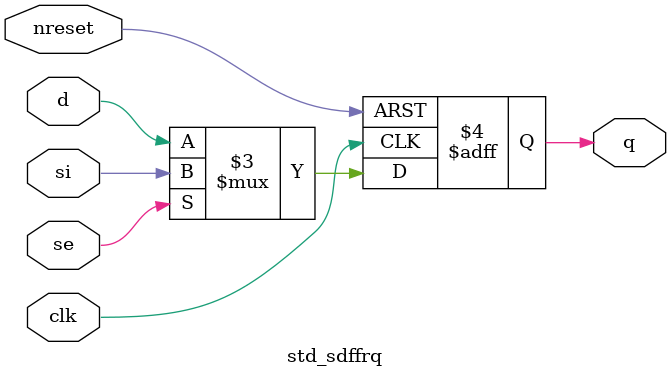
<source format=sv>

module std_sdffrq #(parameter DW = 1) // array width
(
	input [DW-1:0] 	d,
	input [DW-1:0] 	si,
	input [DW-1:0] 	se,
	input [DW-1:0] 	clk,
	input [DW-1:0] 	nreset,
	output logic [DW-1:0] q
);

always_ff @(posedge clk or negedge nreset) begin
	if(!nreset) begin
		q <= 'b0;
	end else begin
		q <= se ? si : d;
	end
end

endmodule

</source>
